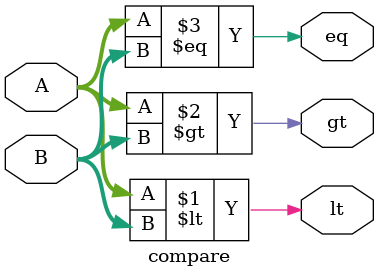
<source format=v>
`timescale 1ns / 1ps


module GCD_algo_datapath(
    
    output gt,eq,lt,
    input ldA,ldB,sel1,sel2,sel_in,clk,
    input [15:0]data_in
    );
    wire [15:0]Bus,Aout,Bout,x,y,subout;
    PIPO A(Aout,Bus,ldA,clk);
    PIPO B(Bout,Bus,ldB,clk);
    Mux mux_in1(x,Aout,Bout,sel1);
    Mux mux_in2(y,Aout,Bout,sel2);
    Mux bus(Bus,subout,data_in,sel_in);
    Sub subt(subout,x,y);
    compare cmp(lt,gt,eq,Aout,Bout);    
endmodule

module PIPO(output reg [15:0]Dout,input[15:0]Din,input ld,clk);

always@(posedge clk)
    if(ld)
        Dout<=Din;
endmodule

module Mux(output [15:0]op,input [15:0]in1,in2,input sel);

assign op=sel?in1:in2;
endmodule

module Sub(output reg [15:0]subout,input [15:0]A,B);

always@(*)
subout=A-B;
endmodule

module compare(output  lt,gt,eq,input [15:0]A,B);
assign lt=(A<B);
assign gt=(A>B);
assign eq=(A==B);
endmodule
</source>
